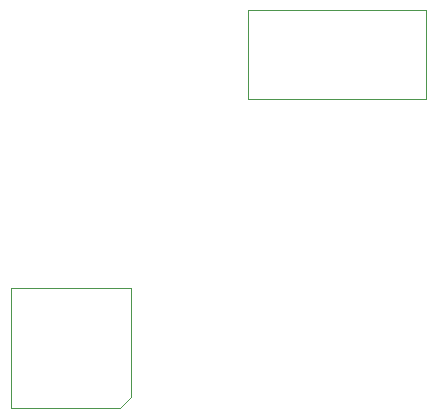
<source format=gbr>
%TF.GenerationSoftware,Altium Limited,Altium Designer,20.0.13 (296)*%
G04 Layer_Color=16711935*
%FSLAX45Y45*%
%MOMM*%
%TF.FileFunction,Other,Mechanical_1*%
%TF.Part,Single*%
G01*
G75*
%TA.AperFunction,NonConductor*%
%ADD69C,0.10000*%
D69*
X165000Y-3470000D02*
X1085000D01*
X165000Y-2450000D02*
X1185000D01*
X1085000Y-3470000D02*
X1185000Y-3370000D01*
X165000Y-3470000D02*
Y-2450000D01*
X1185000Y-3370000D02*
Y-2450000D01*
X2175000Y-100000D02*
X3675000D01*
X2175000Y-850000D02*
X3675000D01*
Y-100000D01*
X2175000Y-850000D02*
Y-100000D01*
%TF.MD5,4cf1ccbe5b457d4e98f2daa0df292ee5*%
M02*

</source>
